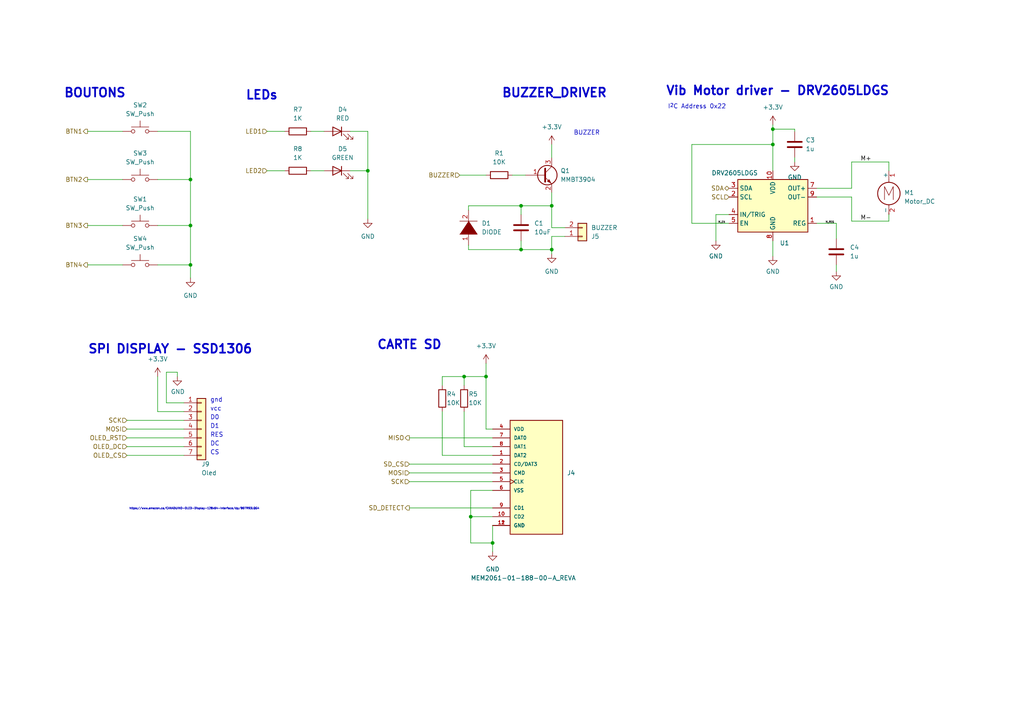
<source format=kicad_sch>
(kicad_sch (version 20230121) (generator eeschema)
  (paper "A4")
  (lib_symbols
    (symbol "CeintureRespAT:MEM2061-01-188-00-A_REVA" (pin_names (offset 1.016))
      (property "Reference" "J" (at 0 15.2675 0))
      (property "Value" "MEM2061-01-188-00-A_REVA" (at 0 -20.3415 0))
      (symbol "MEM2061-01-188-00-A_REVA_0_0"
        (rectangle (start 0 -17.78) (end 15.24 15.24) (stroke (width 0.254)) (fill (type background)))
        (pin bidirectional line (at -5.08 5.08 0) (length 5.08) (name "DAT2") (number "1"))
        (pin passive line (at -5.08 -12.7 0) (length 5.08) (name "CD2") (number "10"))
        (pin power_in line (at -5.08 -15.24 0) (length 5.08) (name "GND") (number "11"))
        (pin power_in line (at -5.08 -15.24 0) (length 5.08) (name "GND") (number "12"))
        (pin bidirectional line (at -5.08 2.54 0) (length 5.08) (name "CD/DAT3") (number "2"))
        (pin bidirectional line (at -5.08 0 0) (length 5.08) (name "CMD") (number "3"))
        (pin power_in line (at -5.08 12.7 0) (length 5.08) (name "VDD") (number "4"))
        (pin bidirectional clock (at -5.08 -2.54 0) (length 5.08) (name "CLK") (number "5"))
        (pin power_in line (at -5.08 -5.08 0) (length 5.08) (name "VSS") (number "6"))
        (pin bidirectional line (at -5.08 10.16 0) (length 5.08) (name "DAT0") (number "7"))
        (pin bidirectional line (at -5.08 7.62 0) (length 5.08) (name "DAT1") (number "8"))
        (pin passive line (at -5.08 -10.16 0) (length 5.08) (name "CD1") (number "9"))
      )
    )
    (symbol "Connector_Generic:Conn_01x02" (pin_names (offset 1.016) hide)
      (property "Reference" "J" (at 0 2.54 0))
      (property "Value" "Conn_01x02" (at 0 -5.08 0))
      (symbol "Conn_01x02_1_1"
        (rectangle (start -1.27 -2.413) (end 0 -2.667) (stroke (width 0.1524)))
        (rectangle (start -1.27 0.127) (end 0 -0.127) (stroke (width 0.1524)))
        (rectangle (start -1.27 1.27) (end 1.27 -3.81) (stroke (width 0.254)) (fill (type background)))
        (pin passive line (at -5.08 0 0) (length 3.81) (name "Pin_1") (number "1"))
        (pin passive line (at -5.08 -2.54 0) (length 3.81) (name "Pin_2") (number "2"))
      )
    )
    (symbol "Connector_Generic:Conn_01x07" (pin_names (offset 1.016) hide)
      (property "Reference" "J" (at 0 10.16 0))
      (property "Value" "Conn_01x07" (at 0 -10.16 0))
      (symbol "Conn_01x07_1_1"
        (rectangle (start -1.27 -7.493) (end 0 -7.747) (stroke (width 0.1524)))
        (rectangle (start -1.27 -4.953) (end 0 -5.207) (stroke (width 0.1524)))
        (rectangle (start -1.27 -2.413) (end 0 -2.667) (stroke (width 0.1524)))
        (rectangle (start -1.27 0.127) (end 0 -0.127) (stroke (width 0.1524)))
        (rectangle (start -1.27 2.667) (end 0 2.413) (stroke (width 0.1524)))
        (rectangle (start -1.27 5.207) (end 0 4.953) (stroke (width 0.1524)))
        (rectangle (start -1.27 7.747) (end 0 7.493) (stroke (width 0.1524)))
        (rectangle (start -1.27 8.89) (end 1.27 -8.89) (stroke (width 0.254)) (fill (type background)))
        (pin passive line (at -5.08 7.62 0) (length 3.81) (name "Pin_1") (number "1"))
        (pin passive line (at -5.08 5.08 0) (length 3.81) (name "Pin_2") (number "2"))
        (pin passive line (at -5.08 2.54 0) (length 3.81) (name "Pin_3") (number "3"))
        (pin passive line (at -5.08 0 0) (length 3.81) (name "Pin_4") (number "4"))
        (pin passive line (at -5.08 -2.54 0) (length 3.81) (name "Pin_5") (number "5"))
        (pin passive line (at -5.08 -5.08 0) (length 3.81) (name "Pin_6") (number "6"))
        (pin passive line (at -5.08 -7.62 0) (length 3.81) (name "Pin_7") (number "7"))
      )
    )
    (symbol "Device:C" (pin_numbers hide) (pin_names (offset 0.254))
      (property "Reference" "C" (at 0.635 2.54 0))
      (property "Value" "C" (at 0.635 -2.54 0))
      (symbol "C_0_1"
        (polyline (pts (xy -2.032 -0.762) (xy 2.032 -0.762)) (stroke (width 0.508)))
        (polyline (pts (xy -2.032 0.762) (xy 2.032 0.762)) (stroke (width 0.508)))
      )
      (symbol "C_1_1"
        (pin passive line (at 0 3.81 270) (length 2.794) (name "~") (number "1"))
        (pin passive line (at 0 -3.81 90) (length 2.794) (name "~") (number "2"))
      )
    )
    (symbol "Device:LED" (pin_numbers hide) (pin_names (offset 1.016) hide)
      (property "Reference" "D" (at 0 2.54 0))
      (property "Value" "LED" (at 0 -2.54 0))
      (symbol "LED_0_1"
        (polyline (pts (xy -1.27 -1.27) (xy -1.27 1.27)) (stroke (width 0.254)))
        (polyline (pts (xy -1.27 0) (xy 1.27 0)))
        (polyline (pts (xy 1.27 -1.27) (xy 1.27 1.27) (xy -1.27 0) (xy 1.27 -1.27)) (stroke (width 0.254)))
        (polyline (pts (xy -3.048 -0.762) (xy -4.572 -2.286) (xy -3.81 -2.286) (xy -4.572 -2.286) (xy -4.572 -1.524)))
        (polyline (pts (xy -1.778 -0.762) (xy -3.302 -2.286) (xy -2.54 -2.286) (xy -3.302 -2.286) (xy -3.302 -1.524)))
      )
      (symbol "LED_1_1"
        (pin passive line (at -3.81 0 0) (length 2.54) (name "K") (number "1"))
        (pin passive line (at 3.81 0 180) (length 2.54) (name "A") (number "2"))
      )
    )
    (symbol "Device:R" (pin_numbers hide) (pin_names (offset 0))
      (property "Reference" "R" (at 2.032 0 90))
      (property "Value" "R" (at 0 0 90))
      (symbol "R_0_1"
        (rectangle (start -1.016 -2.54) (end 1.016 2.54) (stroke (width 0.254)))
      )
      (symbol "R_1_1"
        (pin passive line (at 0 3.81 270) (length 1.27) (name "~") (number "1"))
        (pin passive line (at 0 -3.81 90) (length 1.27) (name "~") (number "2"))
      )
    )
    (symbol "Ergowatch:DRV2605"
      (property "Reference" "U7" (at 2.0194 -10.795 0))
      (property "Value" "DRV2605" (at -17.78 9.525 0))
      (symbol "DRV2605_0_1"
        (rectangle (start -10.16 7.62) (end 10.16 -7.62) (stroke (width 0.254)) (fill (type background)))
      )
      (symbol "DRV2605_1_1"
        (pin passive line (at 12.7 -5.08 180) (length 2.54) (name "REG") (number "1"))
        (pin power_in line (at 0 10.16 270) (length 2.54) (name "VDD") (number "10"))
        (pin input line (at -12.7 2.54 0) (length 2.54) (name "SCL") (number "2"))
        (pin bidirectional line (at -12.7 5.08 0) (length 2.54) (name "SDA") (number "3"))
        (pin input line (at -12.7 -2.54 0) (length 2.54) (name "IN/TRIG") (number "4"))
        (pin input line (at -12.7 -5.08 0) (length 2.54) (name "EN") (number "5"))
        (pin output line (at 12.7 5.08 180) (length 2.54) (name "OUT+") (number "7"))
        (pin power_in line (at 0 -10.16 90) (length 2.54) (name "GND") (number "8"))
        (pin output line (at 12.7 2.54 180) (length 2.54) (name "OUT-") (number "9"))
      )
    )
    (symbol "Motor:Motor_DC" (pin_names (offset 0))
      (property "Reference" "M" (at 2.54 2.54 0))
      (property "Value" "Motor_DC" (at 2.54 -5.08 0))
      (symbol "Motor_DC_0_0"
        (polyline (pts (xy -1.27 -3.302) (xy -1.27 0.508) (xy 0 -2.032) (xy 1.27 0.508) (xy 1.27 -3.302)))
      )
      (symbol "Motor_DC_0_1"
        (circle (center 0 -1.524) (radius 3.2512) (stroke (width 0.254)))
        (polyline (pts (xy 0 -7.62) (xy 0 -7.112)))
        (polyline (pts (xy 0 -4.7752) (xy 0 -5.1816)))
        (polyline (pts (xy 0 1.7272) (xy 0 2.0828)))
        (polyline (pts (xy 0 2.032) (xy 0 2.54)))
      )
      (symbol "Motor_DC_1_1"
        (pin passive line (at 0 5.08 270) (length 2.54) (name "+") (number "1"))
        (pin passive line (at 0 -7.62 90) (length 2.54) (name "-") (number "2"))
      )
    )
    (symbol "Switch:SW_Push" (pin_numbers hide) (pin_names (offset 1.016) hide)
      (property "Reference" "SW" (at 1.27 2.54 0))
      (property "Value" "SW_Push" (at 0 -1.524 0))
      (symbol "SW_Push_0_1"
        (circle (center -2.032 0) (radius 0.508))
        (polyline (pts (xy 0 1.27) (xy 0 3.048)))
        (polyline (pts (xy 2.54 1.27) (xy -2.54 1.27)))
        (circle (center 2.032 0) (radius 0.508))
        (pin passive line (at -5.08 0 0) (length 2.54) (name "1") (number "1"))
        (pin passive line (at 5.08 0 180) (length 2.54) (name "2") (number "2"))
      )
    )
    (symbol "Transistor_BJT:MMBT3904" (pin_names (offset 0) hide)
      (property "Reference" "Q" (at 5.08 1.905 0))
      (property "Value" "MMBT3904" (at 5.08 0 0))
      (symbol "MMBT3904_0_1"
        (polyline (pts (xy 0.635 0.635) (xy 2.54 2.54)))
        (polyline (pts (xy 0.635 -0.635) (xy 2.54 -2.54) (xy 2.54 -2.54)))
        (polyline (pts (xy 0.635 1.905) (xy 0.635 -1.905) (xy 0.635 -1.905)) (stroke (width 0.508)))
        (polyline (pts (xy 1.27 -1.778) (xy 1.778 -1.27) (xy 2.286 -2.286) (xy 1.27 -1.778) (xy 1.27 -1.778)) (fill (type outline)))
        (circle (center 1.27 0) (radius 2.8194) (stroke (width 0.254)))
      )
      (symbol "MMBT3904_1_1"
        (pin input line (at -5.08 0 0) (length 5.715) (name "B") (number "1"))
        (pin passive line (at 2.54 -5.08 90) (length 2.54) (name "E") (number "2"))
        (pin passive line (at 2.54 5.08 270) (length 2.54) (name "C") (number "3"))
      )
    )
    (symbol "power:+3.3V" (power) (pin_names (offset 0))
      (property "Value" "+3.3V" (at 0 3.556 0))
      (symbol "+3.3V_0_1"
        (polyline (pts (xy -0.762 1.27) (xy 0 2.54)))
        (polyline (pts (xy 0 0) (xy 0 2.54)))
        (polyline (pts (xy 0 2.54) (xy 0.762 1.27)))
      )
      (symbol "+3.3V_1_1"
        (pin power_in line (at 0 0 90) (length 0) hide (name "+3.3V") (number "1"))
      )
    )
    (symbol "power:GND" (power) (pin_names (offset 0))
      (property "Value" "GND" (at 0 -3.81 0))
      (symbol "GND_0_1"
        (polyline (pts (xy 0 0) (xy 0 -1.27) (xy 1.27 -1.27) (xy 0 -2.54) (xy -1.27 -1.27) (xy 0 -1.27)))
      )
      (symbol "GND_1_1"
        (pin power_in line (at 0 0 270) (length 0) hide (name "GND") (number "1"))
      )
    )
    (symbol "pspice:DIODE" (pin_names (offset 1.016) hide)
      (property "Reference" "D" (at 0 3.81 0))
      (property "Value" "DIODE" (at 0 -4.445 0))
      (symbol "DIODE_0_1"
        (polyline (pts (xy 1.905 2.54) (xy 1.905 -2.54)))
        (polyline (pts (xy -1.905 2.54) (xy -1.905 -2.54) (xy 1.905 0)) (fill (type outline)))
      )
      (symbol "DIODE_1_1"
        (pin input line (at -5.08 0 0) (length 3.81) (name "K") (number "1"))
        (pin input line (at 5.08 0 180) (length 3.81) (name "A") (number "2"))
      )
    )
  )
  (junction (at 224.155 41.91))
  (junction (at 55.245 65.405))
  (junction (at 140.97 109.22))
  (junction (at 160.02 72.39))
  (junction (at 106.68 49.53))
  (junction (at 134.62 109.22))
  (junction (at 55.245 76.835))
  (junction (at 151.13 59.69))
  (junction (at 151.13 72.39))
  (junction (at 224.155 37.465))
  (junction (at 136.525 149.86))
  (junction (at 160.02 59.69))
  (junction (at 142.875 157.48))
  (junction (at 55.245 52.07))
  (wire (pts (xy 133.35 50.8) (xy 140.97 50.8)))
  (wire (pts (xy 257.81 46.99) (xy 247.015 46.99)))
  (wire (pts (xy 53.34 119.38) (xy 45.72 119.38)))
  (wire (pts (xy 36.83 129.54) (xy 53.34 129.54)))
  (wire (pts (xy 257.81 64.135) (xy 257.81 62.23)))
  (wire (pts (xy 25.4 38.1) (xy 35.56 38.1)))
  (wire (pts (xy 224.155 37.465) (xy 224.155 41.91)))
  (wire (pts (xy 200.66 64.77) (xy 211.455 64.77)))
  (wire (pts (xy 134.62 111.76) (xy 134.62 109.22)))
  (wire (pts (xy 160.02 41.91) (xy 160.02 45.72)))
  (wire (pts (xy 118.745 127) (xy 142.875 127)))
  (wire (pts (xy 118.745 147.32) (xy 142.875 147.32)))
  (wire (pts (xy 247.015 64.135) (xy 257.81 64.135)))
  (wire (pts (xy 134.62 109.22) (xy 140.97 109.22)))
  (wire (pts (xy 142.875 142.24) (xy 136.525 142.24)))
  (wire (pts (xy 136.525 149.86) (xy 136.525 157.48)))
  (wire (pts (xy 207.645 62.23) (xy 207.645 69.85)))
  (wire (pts (xy 51.435 107.95) (xy 48.26 107.95)))
  (wire (pts (xy 224.155 37.465) (xy 230.505 37.465)))
  (wire (pts (xy 118.745 134.62) (xy 142.875 134.62)))
  (wire (pts (xy 135.89 71.12) (xy 135.89 72.39)))
  (wire (pts (xy 36.83 127) (xy 53.34 127)))
  (wire (pts (xy 45.72 52.07) (xy 55.245 52.07)))
  (wire (pts (xy 128.27 132.08) (xy 128.27 119.38)))
  (wire (pts (xy 135.89 59.69) (xy 135.89 60.96)))
  (wire (pts (xy 242.57 64.77) (xy 242.57 69.215)))
  (wire (pts (xy 134.62 129.54) (xy 142.875 129.54)))
  (wire (pts (xy 151.13 69.85) (xy 151.13 72.39)))
  (wire (pts (xy 51.435 107.95) (xy 51.435 109.22)))
  (wire (pts (xy 45.72 109.22) (xy 45.72 119.38)))
  (wire (pts (xy 118.745 139.7) (xy 142.875 139.7)))
  (wire (pts (xy 160.02 55.88) (xy 160.02 59.69)))
  (wire (pts (xy 25.4 65.405) (xy 35.56 65.405)))
  (wire (pts (xy 160.02 59.69) (xy 160.02 66.04)))
  (wire (pts (xy 45.72 38.1) (xy 55.245 38.1)))
  (wire (pts (xy 48.26 116.84) (xy 53.34 116.84)))
  (wire (pts (xy 142.875 124.46) (xy 140.97 124.46)))
  (wire (pts (xy 55.245 76.835) (xy 55.245 80.645)))
  (wire (pts (xy 142.875 152.4) (xy 142.875 157.48)))
  (wire (pts (xy 77.47 38.1) (xy 82.55 38.1)))
  (wire (pts (xy 134.62 119.38) (xy 134.62 129.54)))
  (wire (pts (xy 106.68 38.1) (xy 106.68 49.53)))
  (wire (pts (xy 247.015 54.61) (xy 236.855 54.61)))
  (wire (pts (xy 55.245 52.07) (xy 55.245 65.405)))
  (wire (pts (xy 25.4 52.07) (xy 35.56 52.07)))
  (wire (pts (xy 77.47 49.53) (xy 82.55 49.53)))
  (wire (pts (xy 236.855 57.15) (xy 247.015 57.15)))
  (wire (pts (xy 118.745 137.16) (xy 142.875 137.16)))
  (wire (pts (xy 93.98 49.53) (xy 90.17 49.53)))
  (wire (pts (xy 224.155 41.91) (xy 224.155 49.53)))
  (wire (pts (xy 25.4 76.835) (xy 35.56 76.835)))
  (wire (pts (xy 160.02 72.39) (xy 160.02 73.66)))
  (wire (pts (xy 151.13 72.39) (xy 160.02 72.39)))
  (wire (pts (xy 236.855 64.77) (xy 242.57 64.77)))
  (wire (pts (xy 151.13 59.69) (xy 160.02 59.69)))
  (wire (pts (xy 135.89 59.69) (xy 151.13 59.69)))
  (wire (pts (xy 230.505 38.1) (xy 230.505 37.465)))
  (wire (pts (xy 55.245 52.07) (xy 55.245 38.1)))
  (wire (pts (xy 140.97 124.46) (xy 140.97 109.22)))
  (wire (pts (xy 211.455 62.23) (xy 207.645 62.23)))
  (wire (pts (xy 55.245 65.405) (xy 55.245 76.835)))
  (wire (pts (xy 45.72 76.835) (xy 55.245 76.835)))
  (wire (pts (xy 106.68 49.53) (xy 106.68 63.5)))
  (wire (pts (xy 230.505 45.72) (xy 230.505 46.99)))
  (wire (pts (xy 140.97 105.41) (xy 140.97 109.22)))
  (wire (pts (xy 160.02 68.58) (xy 163.83 68.58)))
  (wire (pts (xy 257.81 49.53) (xy 257.81 46.99)))
  (wire (pts (xy 142.875 157.48) (xy 142.875 160.02)))
  (wire (pts (xy 242.57 76.835) (xy 242.57 78.74)))
  (wire (pts (xy 142.875 132.08) (xy 128.27 132.08)))
  (wire (pts (xy 128.27 109.22) (xy 134.62 109.22)))
  (wire (pts (xy 224.155 36.195) (xy 224.155 37.465)))
  (wire (pts (xy 142.875 157.48) (xy 136.525 157.48)))
  (wire (pts (xy 247.015 57.15) (xy 247.015 64.135)))
  (wire (pts (xy 160.02 66.04) (xy 163.83 66.04)))
  (wire (pts (xy 200.66 64.77) (xy 200.66 41.91)))
  (wire (pts (xy 48.26 107.95) (xy 48.26 116.84)))
  (wire (pts (xy 160.02 68.58) (xy 160.02 72.39)))
  (wire (pts (xy 36.83 121.92) (xy 53.34 121.92)))
  (wire (pts (xy 128.27 109.22) (xy 128.27 111.76)))
  (wire (pts (xy 36.83 132.08) (xy 53.34 132.08)))
  (wire (pts (xy 101.6 49.53) (xy 106.68 49.53)))
  (wire (pts (xy 135.89 72.39) (xy 151.13 72.39)))
  (wire (pts (xy 45.72 65.405) (xy 55.245 65.405)))
  (wire (pts (xy 36.83 124.46) (xy 53.34 124.46)))
  (wire (pts (xy 136.525 142.24) (xy 136.525 149.86)))
  (wire (pts (xy 151.13 59.69) (xy 151.13 62.23)))
  (wire (pts (xy 136.525 149.86) (xy 142.875 149.86)))
  (wire (pts (xy 101.6 38.1) (xy 106.68 38.1)))
  (wire (pts (xy 93.98 38.1) (xy 90.17 38.1)))
  (wire (pts (xy 200.66 41.91) (xy 224.155 41.91)))
  (wire (pts (xy 247.015 46.99) (xy 247.015 54.61)))
  (wire (pts (xy 148.59 50.8) (xy 152.4 50.8)))
  (wire (pts (xy 224.155 69.85) (xy 224.155 74.295)))
  (text "BUZZER_DRIVER" (at 145.415 28.575 0) (effects (font (size 2.54 2.54) (thickness 0.508) bold) (justify left bottom)))
  (text "I^{2}C Address 0x22" (at 193.675 31.75 0) (effects (font (size 1.27 1.27)) (justify left bottom)))
  (text "gnd\n" (at 60.96 116.84 0) (effects (font (size 1.27 1.27)) (justify left bottom)))
  (text "LEDs" (at 71.12 29.21 0) (effects (font (size 2.54 2.54) (thickness 0.508) bold) (justify left bottom)))
  (text "vcc\n" (at 60.96 119.38 0) (effects (font (size 1.27 1.27)) (justify left bottom)))
  (text "Vib Motor driver - DRV2605LDGS" (at 193.04 27.94 0) (effects (font (size 2.54 2.54) (thickness 0.508) bold) (justify left bottom)))
  (text "SPI DISPLAY - SSD1306" (at 25.4 102.87 0) (effects (font (size 2.54 2.54) (thickness 0.508) bold) (justify left bottom)))
  (text "BOUTONS" (at 18.415 28.575 0) (effects (font (size 2.54 2.54) (thickness 0.508) bold) (justify left bottom)))
  (text "D1\n" (at 60.96 124.46 0) (effects (font (size 1.27 1.27)) (justify left bottom)))
  (text "RES" (at 60.96 127 0) (effects (font (size 1.27 1.27)) (justify left bottom)))
  (text "D0\n" (at 60.96 121.92 0) (effects (font (size 1.27 1.27)) (justify left bottom)))
  (text "BUZZER\n" (at 166.37 39.37 0) (effects (font (size 1.27 1.27)) (justify left bottom)))
  (text "https://www.amazon.ca/CANADUINO-OLED-Display-128x64-Interface/dp/B07R93LQG4" (at 37.465 147.955 0) (effects (font (size 0.56 0.56)) (justify left bottom)))
  (text "CS" (at 60.96 132.08 0) (effects (font (size 1.27 1.27)) (justify left bottom)))
  (text "DC" (at 60.96 129.54 0) (effects (font (size 1.27 1.27)) (justify left bottom)))
  (text "CARTE SD" (at 109.22 101.6 0) (effects (font (size 2.54 2.54) (thickness 0.508) bold) (justify left bottom)))
  (label "M_EN" (at 208.28 64.77 0) (effects (font (size 0.5 0.5))))
  (label "M-" (at 249.555 64.135 0))
  (label "M+" (at 249.555 46.99 0))
  (label "M_REG" (at 239.395 64.77 0) (effects (font (size 0.5 0.5))))
  (hierarchical_label "LED1" (shape input) (at 77.47 38.1 180))
  (hierarchical_label "OLED_DC" (shape input) (at 36.83 129.54 180))
  (hierarchical_label "SD_CS" (shape input) (at 118.745 134.62 180))
  (hierarchical_label "SD_DETECT" (shape output) (at 118.745 147.32 180))
  (hierarchical_label "OLED_CS" (shape input) (at 36.83 132.08 180))
  (hierarchical_label "BTN3" (shape output) (at 25.4 65.405 180))
  (hierarchical_label "MISO" (shape output) (at 118.745 127 180))
  (hierarchical_label "SCK" (shape input) (at 118.745 139.7 180))
  (hierarchical_label "SCL" (shape input) (at 211.455 57.15 180))
  (hierarchical_label "BUZZER" (shape input) (at 133.35 50.8 180))
  (hierarchical_label "SDA" (shape bidirectional) (at 211.455 54.61 180))
  (hierarchical_label "LED2" (shape input) (at 77.47 49.53 180))
  (hierarchical_label "MOSI" (shape input) (at 36.83 124.46 180))
  (hierarchical_label "SCK" (shape input) (at 36.83 121.92 180))
  (hierarchical_label "MOSI" (shape input) (at 118.745 137.16 180))
  (hierarchical_label "BTN4" (shape output) (at 25.4 76.835 180))
  (hierarchical_label "OLED_RST" (shape input) (at 36.83 127 180))
  (hierarchical_label "BTN1" (shape output) (at 25.4 38.1 180))
  (hierarchical_label "BTN2" (shape output) (at 25.4 52.07 180))
  (symbol (lib_id "power:GND") (at 142.875 160.02 0) (unit 1)
    (property "Reference" "#PWR020" (effects hide))
    (property "Value" "GND" (at 142.875 165.1 0))
    (instances (project "Ceinture Respiration" (path "" (reference "#PWR020") (unit 1)) (path "" (reference "#PWR021") (unit 1))))
  )
  (symbol (lib_id "Ergowatch:DRV2605") (at 224.155 59.69 0) (unit 1)
    (property "Reference" "U1" (at 226.1744 70.485 0) (effects (justify left)))
    (property "Value" "DRV2605LDGS" (at 206.375 50.165 0) (effects (justify left)))
    (property "Footprint" "Package_SO:VSSOP-10_3x3mm_P0.5mm" (effects hide))
    (property "Datasheet" "http://www.ti.com/lit/ds/symlink/drv2605l.pdf" (effects hide))
    (property "LCSC" "C527464" (effects hide))
    (instances (project "Ceinture Respiration" (path "" (reference "U1") (unit 1)) (path "" (reference "U1") (unit 1))) (project "Ergowatch Light" (path "" (reference "U7") (unit 1))))
  )
  (symbol (lib_id "Device:R") (at 134.62 115.57 0) (unit 1)
    (property "Reference" "R5" (at 135.89 114.3 0) (effects (justify left)))
    (property "Value" "10K" (at 135.89 116.84 0) (effects (justify left)))
    (property "Footprint" "Resistor_SMD:R_0603_1608Metric" (effects hide))
  )
  (symbol (lib_id "Device:R") (at 86.36 49.53 270) (mirror x) (unit 1)
    (property "Reference" "R8" (at 86.36 43.18 90))
    (property "Value" "1K" (at 86.36 45.72 90))
    (property "Footprint" "Resistor_SMD:R_0603_1608Metric" (effects hide))
  )
  (symbol (lib_id "Device:R") (at 144.78 50.8 90) (unit 1)
    (property "Reference" "R1" (at 144.78 44.45 90))
    (property "Value" "10K" (at 144.78 46.99 90))
    (property "Footprint" "Resistor_SMD:R_0603_1608Metric" (effects hide))
  )
  (symbol (lib_id "Device:LED") (at 97.79 49.53 0) (mirror y) (unit 1)
    (property "Reference" "D5" (at 99.3775 43.18 0))
    (property "Value" "GREEN" (at 99.3775 45.72 0))
    (property "Footprint" "LED_THT:LED_D3.0mm" (effects hide))
  )
  (symbol (lib_id "Device:R") (at 86.36 38.1 270) (mirror x) (unit 1)
    (property "Reference" "R7" (at 86.36 31.75 90))
    (property "Value" "1K" (at 86.36 34.29 90))
    (property "Footprint" "Resistor_SMD:R_0603_1608Metric" (effects hide))
  )
  (symbol (lib_id "power:GND") (at 207.645 69.85 0) (unit 1)
    (property "Reference" "#PWR035" (effects hide))
    (property "Value" "GND" (at 207.645 74.295 0))
    (instances (project "Ceinture Respiration" (path "" (reference "#PWR035") (unit 1)) (path "" (reference "#PWR035") (unit 1))) (project "Ergowatch Light" (path "" (reference "#PWR029") (unit 1))))
  )
  (symbol (lib_id "Switch:SW_Push") (at 40.64 52.07 0) (unit 1)
    (property "Reference" "SW3" (at 40.64 44.45 0))
    (property "Value" "SW_Push" (at 40.64 46.99 0))
    (property "Footprint" "Button_Switch_SMD:SW_SPST_TL3305B" (effects hide))
    (instances (project "Ceinture Respiration" (path "" (reference "SW3") (unit 1)) (path "" (reference "SW2") (unit 1))))
  )
  (symbol (lib_id "power:+3.3V") (at 160.02 41.91 0) (unit 1)
    (property "Reference" "#PWR019" (effects hide))
    (property "Value" "+3.3V" (at 160.02 36.83 0))
    (instances (project "Ceinture Respiration" (path "" (reference "#PWR019") (unit 1)) (path "" (reference "#PWR014") (unit 1))))
  )
  (symbol (lib_id "Connector_Generic:Conn_01x07") (at 58.42 124.46 0) (unit 1)
    (property "Reference" "J9" (at 58.42 134.62 0) (effects (justify left)))
    (property "Value" "Oled" (at 58.42 137.16 0) (effects (justify left)))
    (property "Footprint" "CentureResp:Adafruit_SSD1306_SPI" (effects hide))
    (property "MPN" "--" (effects hide))
    (instances (project "Ceinture Respiration" (path "" (reference "J9") (unit 1))) (project "montre light" (path "" (reference "J2") (unit 1))))
  )
  (symbol (lib_id "Device:C") (at 230.505 41.91 0) (unit 1)
    (property "Reference" "C3" (at 233.68 40.6399 0) (effects (justify left)))
    (property "Value" "1u" (at 233.68 43.1799 0) (effects (justify left)))
    (property "Footprint" "Capacitor_SMD:C_0402_1005Metric" (effects hide))
    (property "LCSC" "C52923" (effects hide))
    (instances (project "Ceinture Respiration" (path "" (reference "C3") (unit 1)) (path "" (reference "C3") (unit 1))) (project "Ergowatch Light" (path "" (reference "C18") (unit 1))))
  )
  (symbol (lib_id "power:GND") (at 106.68 63.5 0) (mirror y) (unit 1)
    (property "Reference" "#PWR021" (effects hide))
    (property "Value" "GND" (at 106.68 68.58 0))
    (instances (project "Ceinture Respiration" (path "" (reference "#PWR021") (unit 1)) (path "" (reference "#PWR022") (unit 1))))
  )
  (symbol (lib_id "power:GND") (at 224.155 74.295 0) (unit 1)
    (property "Reference" "#PWR036" (effects hide))
    (property "Value" "GND" (at 224.155 78.74 0))
    (instances (project "Ceinture Respiration" (path "" (reference "#PWR036") (unit 1)) (path "" (reference "#PWR036") (unit 1))) (project "Ergowatch Light" (path "" (reference "#PWR031") (unit 1))))
  )
  (symbol (lib_id "Device:R") (at 128.27 115.57 0) (unit 1)
    (property "Reference" "R4" (at 129.54 114.3 0) (effects (justify left)))
    (property "Value" "10K" (at 129.54 116.84 0) (effects (justify left)))
    (property "Footprint" "Resistor_SMD:R_0603_1608Metric" (effects hide))
  )
  (symbol (lib_id "Device:C") (at 242.57 73.025 0) (unit 1)
    (property "Reference" "C4" (at 246.507 71.7549 0) (effects (justify left)))
    (property "Value" "1u" (at 246.507 74.2949 0) (effects (justify left)))
    (property "Footprint" "Capacitor_SMD:C_0402_1005Metric" (effects hide))
    (property "LCSC" "C52923" (effects hide))
    (instances (project "Ceinture Respiration" (path "" (reference "C4") (unit 1)) (path "" (reference "C4") (unit 1))) (project "Ergowatch Light" (path "" (reference "C19") (unit 1))))
  )
  (symbol (lib_id "Switch:SW_Push") (at 40.64 38.1 0) (unit 1)
    (property "Reference" "SW2" (at 40.64 30.48 0))
    (property "Value" "SW_Push" (at 40.64 33.02 0))
    (property "Footprint" "Button_Switch_SMD:SW_SPST_TL3305B" (effects hide))
    (instances (project "Ceinture Respiration" (path "" (reference "SW2") (unit 1)) (path "" (reference "SW1") (unit 1))))
  )
  (symbol (lib_id "power:GND") (at 242.57 78.74 0) (unit 1)
    (property "Reference" "#PWR038" (effects hide))
    (property "Value" "GND" (at 242.57 83.185 0))
    (instances (project "Ceinture Respiration" (path "" (reference "#PWR038") (unit 1)) (path "" (reference "#PWR038") (unit 1))) (project "Ergowatch Light" (path "" (reference "#PWR034") (unit 1))))
  )
  (symbol (lib_id "power:GND") (at 51.435 109.22 0) (unit 1)
    (property "Reference" "#PWR039" (effects hide))
    (property "Value" "GND" (at 51.562 113.6142 0))
    (instances (project "Ceinture Respiration" (path "" (reference "#PWR039") (unit 1))) (project "montre light" (path "" (reference "#PWR0118") (unit 1))))
  )
  (symbol (lib_id "Device:C") (at 151.13 66.04 0) (unit 1)
    (property "Reference" "C1" (at 154.94 64.77 0) (effects (justify left)))
    (property "Value" "10uF" (at 154.94 67.31 0) (effects (justify left)))
    (property "Footprint" "Capacitor_SMD:C_0603_1608Metric" (effects hide))
  )
  (symbol (lib_id "power:GND") (at 160.02 73.66 0) (unit 1)
    (property "Reference" "#PWR015" (effects hide))
    (property "Value" "GND" (at 160.02 78.74 0))
  )
  (symbol (lib_id "power:GND") (at 230.505 46.99 0) (unit 1)
    (property "Reference" "#PWR037" (effects hide))
    (property "Value" "GND" (at 230.505 51.435 0))
    (instances (project "Ceinture Respiration" (path "" (reference "#PWR037") (unit 1)) (path "" (reference "#PWR037") (unit 1))) (project "Ergowatch Light" (path "" (reference "#PWR032") (unit 1))))
  )
  (symbol (lib_id "power:GND") (at 55.245 80.645 0) (mirror y) (unit 1)
    (property "Reference" "#PWR021" (effects hide))
    (property "Value" "GND" (at 55.245 85.725 0))
    (instances (project "Ceinture Respiration" (path "" (reference "#PWR021") (unit 1)) (path "" (reference "#PWR013") (unit 1))))
  )
  (symbol (lib_id "CeintureRespAT:MEM2061-01-188-00-A_REVA") (at 147.955 137.16 0) (unit 1)
    (property "Reference" "J4" (at 164.465 137.16 0) (effects (justify left)))
    (property "Value" "MEM2061-01-188-00-A_REVA" (at 136.525 167.64 0) (effects (justify left)))
    (property "Footprint" "CentureResp:GCT_MEM2061-01-188-00-A_REVA" (effects hide))
    (property "MANUFACTURER" "GCT" (effects hide))
    (instances (project "Ceinture Respiration" (path "" (reference "J4") (unit 1)) (path "" (reference "J6") (unit 1))))
  )
  (symbol (lib_id "Connector_Generic:Conn_01x02") (at 168.91 68.58 0) (mirror x) (unit 1)
    (property "Reference" "J5" (at 171.45 68.58 0) (effects (justify left)))
    (property "Value" "BUZZER" (at 171.45 66.04 0) (effects (justify left)))
    (property "Footprint" "Buzzer_Beeper:Buzzer_Murata_PKMCS0909E" (effects hide))
  )
  (symbol (lib_id "Switch:SW_Push") (at 40.64 76.835 0) (unit 1)
    (property "Reference" "SW4" (at 40.64 69.215 0))
    (property "Value" "SW_Push" (at 40.64 71.755 0))
    (property "Footprint" "Button_Switch_SMD:SW_SPST_TL3305B" (effects hide))
  )
  (symbol (lib_id "Device:LED") (at 97.79 38.1 0) (mirror y) (unit 1)
    (property "Reference" "D4" (at 99.3775 31.75 0))
    (property "Value" "RED" (at 99.3775 34.29 0))
    (property "Footprint" "LED_THT:LED_D3.0mm" (effects hide))
  )
  (symbol (lib_id "pspice:DIODE") (at 135.89 66.04 90) (unit 1)
    (property "Reference" "D1" (at 139.7 64.7699 90) (effects (justify right)))
    (property "Value" "DIODE" (at 139.7 67.3099 90) (effects (justify right)))
    (property "Footprint" "Diode_SMD:D_SOD-123" (effects hide))
  )
  (symbol (lib_id "power:+3.3V") (at 140.97 105.41 0) (unit 1)
    (property "Reference" "#PWR019" (effects hide))
    (property "Value" "+3.3V" (at 140.97 100.33 0))
    (instances (project "Ceinture Respiration" (path "" (reference "#PWR019") (unit 1)) (path "" (reference "#PWR020") (unit 1))))
  )
  (symbol (lib_id "Motor:Motor_DC") (at 257.81 54.61 0) (unit 1)
    (property "Reference" "M1" (at 262.255 55.8799 0) (effects (justify left)))
    (property "Value" "Motor_DC" (at 262.255 58.4199 0) (effects (justify left)))
    (property "Footprint" "Ergowatch:Motor_pad" (effects hide))
  )
  (symbol (lib_id "Switch:SW_Push") (at 40.64 65.405 0) (unit 1)
    (property "Reference" "SW1" (at 40.64 57.785 0))
    (property "Value" "SW_Push" (at 40.64 60.325 0))
    (property "Footprint" "Button_Switch_SMD:SW_SPST_TL3305B" (effects hide))
    (instances (project "Ceinture Respiration" (path "" (reference "SW1") (unit 1)) (path "" (reference "SW3") (unit 1))))
  )
  (symbol (lib_id "power:+3.3V") (at 45.72 109.22 0) (unit 1)
    (property "Reference" "#PWR019" (effects hide))
    (property "Value" "+3.3V" (at 45.72 104.14 0))
    (instances (project "Ceinture Respiration" (path "" (reference "#PWR019") (unit 1)) (path "" (reference "#PWR017") (unit 1))))
  )
  (symbol (lib_id "power:+3.3V") (at 224.155 36.195 0) (unit 1)
    (property "Reference" "#PWR019" (effects hide))
    (property "Value" "+3.3V" (at 224.155 31.115 0))
    (instances (project "Ceinture Respiration" (path "" (reference "#PWR019") (unit 1)) (path "" (reference "#PWR012") (unit 1))))
  )
  (symbol (lib_id "Transistor_BJT:MMBT3904") (at 157.48 50.8 0) (unit 1)
    (property "Reference" "Q1" (at 162.56 49.53 0) (effects (justify left)))
    (property "Value" "MMBT3904" (at 162.56 52.07 0) (effects (justify left)))
    (property "Footprint" "Package_TO_SOT_SMD:SOT-23" (effects hide))
    (property "Datasheet" "https://www.onsemi.com/pub/Collateral/2N3903-D.PDF" (effects hide))
  )
)
</source>
